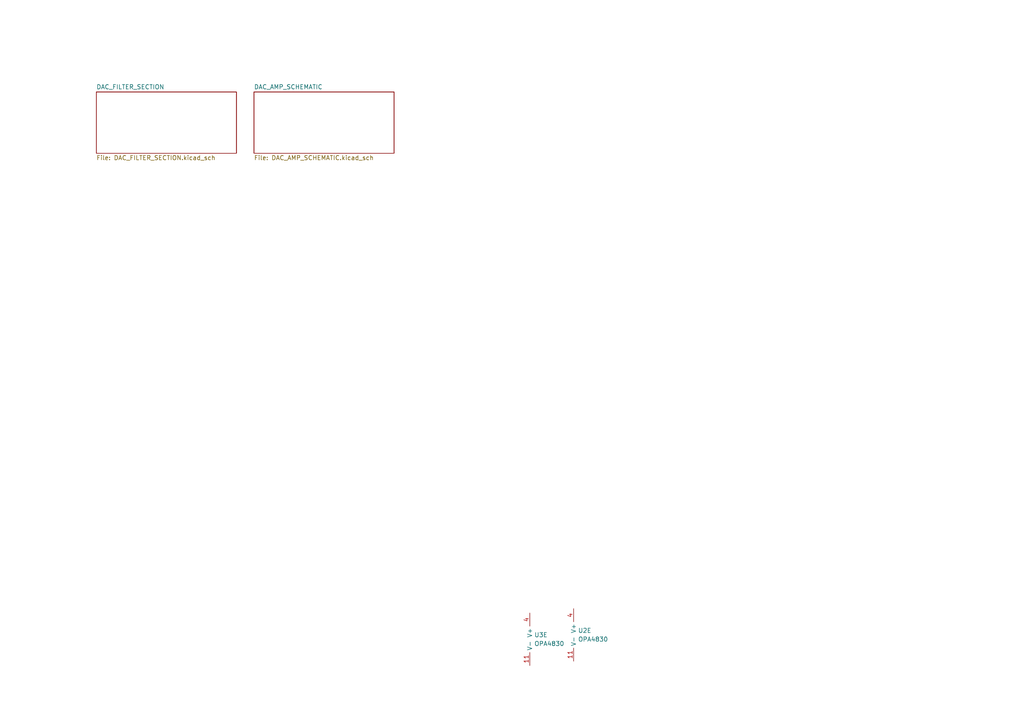
<source format=kicad_sch>
(kicad_sch (version 20231120) (generator "eeschema") (generator_version "8.0")
  (paper "A4")
  (lib_symbols
    (symbol "Device:Opamp_Quad"
      (property "Reference" "U" (at 0 5.08 0))
      (property "Value" "Opamp_Quad" (at 0 -5.08 0))
      (symbol "Opamp_Quad_1_1"
        (polyline (pts (xy -5.08 5.08) (xy 5.08 0) (xy -5.08 -5.08) (xy -5.08 5.08)) (stroke (width 0.254)) (fill (type background)))
        (pin output line (at 7.62 0 180) (length 2.54) (name "~") (number "1"))
        (pin input line (at -7.62 -2.54 0) (length 2.54) (name "-") (number "2"))
        (pin input line (at -7.62 2.54 0) (length 2.54) (name "+") (number "3"))
      )
      (symbol "Opamp_Quad_2_1"
        (polyline (pts (xy -5.08 5.08) (xy 5.08 0) (xy -5.08 -5.08) (xy -5.08 5.08)) (stroke (width 0.254)) (fill (type background)))
        (pin input line (at -7.62 2.54 0) (length 2.54) (name "+") (number "5"))
        (pin input line (at -7.62 -2.54 0) (length 2.54) (name "-") (number "6"))
        (pin output line (at 7.62 0 180) (length 2.54) (name "~") (number "7"))
      )
      (symbol "Opamp_Quad_3_1"
        (polyline (pts (xy -5.08 5.08) (xy 5.08 0) (xy -5.08 -5.08) (xy -5.08 5.08)) (stroke (width 0.254)) (fill (type background)))
        (pin input line (at -7.62 2.54 0) (length 2.54) (name "+") (number "10"))
        (pin output line (at 7.62 0 180) (length 2.54) (name "~") (number "8"))
        (pin input line (at -7.62 -2.54 0) (length 2.54) (name "-") (number "9"))
      )
      (symbol "Opamp_Quad_4_1"
        (polyline (pts (xy -5.08 5.08) (xy 5.08 0) (xy -5.08 -5.08) (xy -5.08 5.08)) (stroke (width 0.254)) (fill (type background)))
        (pin input line (at -7.62 2.54 0) (length 2.54) (name "+") (number "12"))
        (pin input line (at -7.62 -2.54 0) (length 2.54) (name "-") (number "13"))
        (pin output line (at 7.62 0 180) (length 2.54) (name "~") (number "14"))
      )
      (symbol "Opamp_Quad_5_1"
        (pin power_in line (at -2.54 -7.62 90) (length 3.81) (name "V-") (number "11"))
        (pin power_in line (at -2.54 7.62 270) (length 3.81) (name "V+") (number "4"))
      )
    )
  )
  (symbol (lib_id "Device:Opamp_Quad") (at 156.21 185.42 0) (unit 5)
    (property "Reference" "U3" (at 154.94 184.1499 0) (effects (justify left)))
    (property "Value" "OPA4830" (at 154.94 186.6899 0) (effects (justify left)))
    (property "Description" "Quad operational amplifier" (effects (hide yes)))
    (property "Sim.Library" "${KICAD7_SYMBOL_DIR}/Simulation_SPICE.sp" (effects (hide yes)))
    (property "Sim.Name" "kicad_builtin_opamp_quad" (effects (hide yes)))
    (property "Sim.Device" "SUBCKT" (effects (hide yes)))
    (property "Sim.Pins" "1=out1 2=in1- 3=in1+ 4=vcc 5=in2+ 6=in2- 7=out2 8=out3 9=in3- 10=in3+ 11=vee 12=in4+ 13=in4- 14=out4" (effects (hide yes)))
  )
  (symbol (lib_id "Device:Opamp_Quad") (at 168.91 184.15 0) (unit 5)
    (property "Reference" "U2" (at 167.64 182.8799 0) (effects (justify left)))
    (property "Value" "OPA4830" (at 167.64 185.4199 0) (effects (justify left)))
    (property "Description" "Quad operational amplifier" (effects (hide yes)))
    (property "Sim.Library" "${KICAD7_SYMBOL_DIR}/Simulation_SPICE.sp" (effects (hide yes)))
    (property "Sim.Name" "kicad_builtin_opamp_quad" (effects (hide yes)))
    (property "Sim.Device" "SUBCKT" (effects (hide yes)))
    (property "Sim.Pins" "1=out1 2=in1- 3=in1+ 4=vcc 5=in2+ 6=in2- 7=out2 8=out3 9=in3- 10=in3+ 11=vee 12=in4+ 13=in4- 14=out4" (effects (hide yes)))
  )
  (sheet (at 27.94 26.67) (size 40.64 17.78) (stroke (width 0.1524))
    (property "Sheetname" "DAC_FILTER_SECTION" (at 27.94 25.9584 0) (effects (justify left bottom)))
    (property "Sheetfile" "DAC_FILTER_SECTION.kicad_sch" (at 27.94 45.0346 0) (effects (justify left top)))
  )
  (sheet (at 73.66 26.67) (size 40.64 17.78) (stroke (width 0.1524))
    (property "Sheetname" "DAC_AMP_SCHEMATIC" (at 73.66 25.9584 0) (effects (justify left bottom)))
    (property "Sheetfile" "DAC_AMP_SCHEMATIC.kicad_sch" (at 73.66 45.0346 0) (effects (justify left top)))
  )
)
</source>
